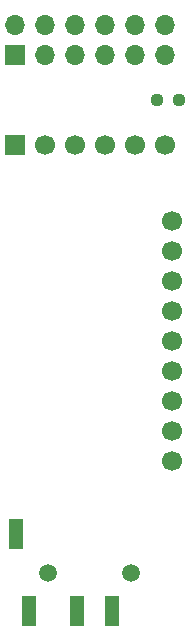
<source format=gts>
G04 #@! TF.GenerationSoftware,KiCad,Pcbnew,6.0.9-8da3e8f707~116~ubuntu20.04.1*
G04 #@! TF.CreationDate,2022-12-23T11:35:35+01:00*
G04 #@! TF.ProjectId,pcm_dac,70636d5f-6461-4632-9e6b-696361645f70,rev?*
G04 #@! TF.SameCoordinates,Original*
G04 #@! TF.FileFunction,Soldermask,Top*
G04 #@! TF.FilePolarity,Negative*
%FSLAX46Y46*%
G04 Gerber Fmt 4.6, Leading zero omitted, Abs format (unit mm)*
G04 Created by KiCad (PCBNEW 6.0.9-8da3e8f707~116~ubuntu20.04.1) date 2022-12-23 11:35:35*
%MOMM*%
%LPD*%
G01*
G04 APERTURE LIST*
G04 Aperture macros list*
%AMRoundRect*
0 Rectangle with rounded corners*
0 $1 Rounding radius*
0 $2 $3 $4 $5 $6 $7 $8 $9 X,Y pos of 4 corners*
0 Add a 4 corners polygon primitive as box body*
4,1,4,$2,$3,$4,$5,$6,$7,$8,$9,$2,$3,0*
0 Add four circle primitives for the rounded corners*
1,1,$1+$1,$2,$3*
1,1,$1+$1,$4,$5*
1,1,$1+$1,$6,$7*
1,1,$1+$1,$8,$9*
0 Add four rect primitives between the rounded corners*
20,1,$1+$1,$2,$3,$4,$5,0*
20,1,$1+$1,$4,$5,$6,$7,0*
20,1,$1+$1,$6,$7,$8,$9,0*
20,1,$1+$1,$8,$9,$2,$3,0*%
G04 Aperture macros list end*
%ADD10C,1.500000*%
%ADD11R,1.200000X2.500000*%
%ADD12R,1.700000X1.700000*%
%ADD13O,1.700000X1.700000*%
%ADD14RoundRect,0.237500X-0.250000X-0.237500X0.250000X-0.237500X0.250000X0.237500X-0.250000X0.237500X0*%
%ADD15C,1.700000*%
G04 APERTURE END LIST*
D10*
X131775000Y-107315000D03*
X124775000Y-107315000D03*
D11*
X127175000Y-110565000D03*
X130175000Y-110565000D03*
X122075000Y-104065000D03*
X123175000Y-110565000D03*
D12*
X121920000Y-63500000D03*
D13*
X121920000Y-60960000D03*
X124460000Y-63500000D03*
X124460000Y-60960000D03*
X127000000Y-63500000D03*
X127000000Y-60960000D03*
X129540000Y-63500000D03*
X129540000Y-60960000D03*
X132080000Y-63500000D03*
X132080000Y-60960000D03*
X134620000Y-63500000D03*
X134620000Y-60960000D03*
D14*
X133985000Y-67310000D03*
X135810000Y-67310000D03*
D12*
X121920000Y-71120000D03*
D15*
X124460000Y-71120000D03*
X127000000Y-71120000D03*
X129540000Y-71120000D03*
X132080000Y-71120000D03*
X134620000Y-71120000D03*
X135220000Y-77520000D03*
X135220000Y-80060000D03*
X135220000Y-82600000D03*
X135220000Y-85140000D03*
X135220000Y-87680000D03*
X135220000Y-90220000D03*
X135220000Y-92760000D03*
X135220000Y-95300000D03*
X135220000Y-97840000D03*
M02*

</source>
